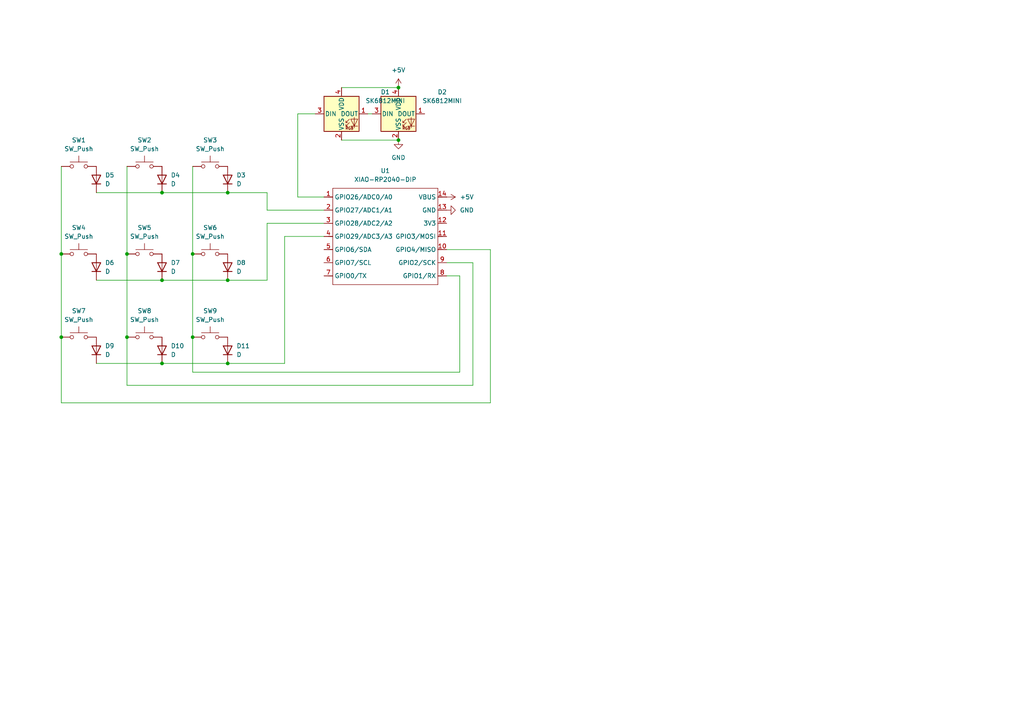
<source format=kicad_sch>
(kicad_sch (version 20231120) (generator "eeschema") (generator_version "8.0")
  (paper "A4")
  (lib_symbols
    (symbol "Device:D" (pin_numbers hide) (pin_names (offset 1.016) hide)
      (property "Reference" "D" (at 0 2.54 0))
      (property "Value" "D" (at 0 -2.54 0))
      (symbol "D_0_1"
        (polyline (pts (xy -1.27 1.27) (xy -1.27 -1.27)) (stroke (width 0.254)))
        (polyline (pts (xy 1.27 0) (xy -1.27 0)))
        (polyline (pts (xy 1.27 1.27) (xy 1.27 -1.27) (xy -1.27 0) (xy 1.27 1.27)) (stroke (width 0.254)))
      )
      (symbol "D_1_1"
        (pin passive line (at -3.81 0 0) (length 2.54) (name "K") (number "1"))
        (pin passive line (at 3.81 0 180) (length 2.54) (name "A") (number "2"))
      )
    )
    (symbol "LED:SK6812MINI" (pin_names (offset 0.254))
      (property "Reference" "D" (at 5.08 5.715 0))
      (property "Value" "SK6812MINI" (at 1.27 -5.715 0))
      (symbol "SK6812MINI_0_0"
        (text "RGB" (at 2.286 -4.191 0) (effects (font (size 0.762 0.762))))
      )
      (symbol "SK6812MINI_0_1"
        (polyline (pts (xy 1.27 -3.556) (xy 1.778 -3.556)))
        (polyline (pts (xy 1.27 -2.54) (xy 1.778 -2.54)))
        (polyline (pts (xy 4.699 -3.556) (xy 2.667 -3.556)))
        (polyline (pts (xy 2.286 -2.54) (xy 1.27 -3.556) (xy 1.27 -3.048)))
        (polyline (pts (xy 2.286 -1.524) (xy 1.27 -2.54) (xy 1.27 -2.032)))
        (polyline (pts (xy 3.683 -1.016) (xy 3.683 -3.556) (xy 3.683 -4.064)))
        (polyline (pts (xy 4.699 -1.524) (xy 2.667 -1.524) (xy 3.683 -3.556) (xy 4.699 -1.524)))
        (rectangle (start 5.08 5.08) (end -5.08 -5.08) (stroke (width 0.254)) (fill (type background)))
      )
      (symbol "SK6812MINI_1_1"
        (pin output line (at 7.62 0 180) (length 2.54) (name "DOUT") (number "1"))
        (pin power_in line (at 0 -7.62 90) (length 2.54) (name "VSS") (number "2"))
        (pin input line (at -7.62 0 0) (length 2.54) (name "DIN") (number "3"))
        (pin power_in line (at 0 7.62 270) (length 2.54) (name "VDD") (number "4"))
      )
    )
    (symbol "OPL:XIAO-RP2040-DIP"
      (property "Reference" "U" (at 0 0 0))
      (property "Value" "XIAO-RP2040-DIP" (at 5.334 -1.778 0))
      (symbol "XIAO-RP2040-DIP_1_0"
        (polyline (pts (xy -1.27 -30.48) (xy -1.27 -16.51)) (stroke (width 0.1524)))
        (polyline (pts (xy -1.27 -27.94) (xy -2.54 -27.94)) (stroke (width 0.1524)))
        (polyline (pts (xy -1.27 -24.13) (xy -2.54 -24.13)) (stroke (width 0.1524)))
        (polyline (pts (xy -1.27 -20.32) (xy -2.54 -20.32)) (stroke (width 0.1524)))
        (polyline (pts (xy -1.27 -16.51) (xy -2.54 -16.51)) (stroke (width 0.1524)))
        (polyline (pts (xy -1.27 -16.51) (xy -1.27 -12.7)) (stroke (width 0.1524)))
        (polyline (pts (xy -1.27 -12.7) (xy -2.54 -12.7)) (stroke (width 0.1524)))
        (polyline (pts (xy -1.27 -12.7) (xy -1.27 -8.89)) (stroke (width 0.1524)))
        (polyline (pts (xy -1.27 -8.89) (xy -2.54 -8.89)) (stroke (width 0.1524)))
        (polyline (pts (xy -1.27 -8.89) (xy -1.27 -5.08)) (stroke (width 0.1524)))
        (polyline (pts (xy -1.27 -5.08) (xy -2.54 -5.08)) (stroke (width 0.1524)))
        (polyline (pts (xy -1.27 -5.08) (xy -1.27 -2.54)) (stroke (width 0.1524)))
        (polyline (pts (xy -1.27 -2.54) (xy 29.21 -2.54)) (stroke (width 0.1524)))
        (polyline (pts (xy 29.21 -30.48) (xy -1.27 -30.48)) (stroke (width 0.1524)))
        (polyline (pts (xy 29.21 -12.7) (xy 29.21 -30.48)) (stroke (width 0.1524)))
        (polyline (pts (xy 29.21 -8.89) (xy 29.21 -12.7)) (stroke (width 0.1524)))
        (polyline (pts (xy 29.21 -5.08) (xy 29.21 -8.89)) (stroke (width 0.1524)))
        (polyline (pts (xy 29.21 -2.54) (xy 29.21 -5.08)) (stroke (width 0.1524)))
        (polyline (pts (xy 30.48 -27.94) (xy 29.21 -27.94)) (stroke (width 0.1524)))
        (polyline (pts (xy 30.48 -24.13) (xy 29.21 -24.13)) (stroke (width 0.1524)))
        (polyline (pts (xy 30.48 -20.32) (xy 29.21 -20.32)) (stroke (width 0.1524)))
        (polyline (pts (xy 30.48 -16.51) (xy 29.21 -16.51)) (stroke (width 0.1524)))
        (polyline (pts (xy 30.48 -12.7) (xy 29.21 -12.7)) (stroke (width 0.1524)))
        (polyline (pts (xy 30.48 -8.89) (xy 29.21 -8.89)) (stroke (width 0.1524)))
        (polyline (pts (xy 30.48 -5.08) (xy 29.21 -5.08)) (stroke (width 0.1524)))
        (pin passive line (at -3.81 -5.08 0) (length 2.54) (name "GPIO26/ADC0/A0") (number "1"))
        (pin passive line (at 31.75 -20.32 180) (length 2.54) (name "GPIO4/MISO") (number "10"))
        (pin passive line (at 31.75 -16.51 180) (length 2.54) (name "GPIO3/MOSI") (number "11"))
        (pin passive line (at 31.75 -12.7 180) (length 2.54) (name "3V3") (number "12"))
        (pin passive line (at 31.75 -8.89 180) (length 2.54) (name "GND") (number "13"))
        (pin passive line (at 31.75 -5.08 180) (length 2.54) (name "VBUS") (number "14"))
        (pin passive line (at -3.81 -8.89 0) (length 2.54) (name "GPIO27/ADC1/A1") (number "2"))
        (pin passive line (at -3.81 -12.7 0) (length 2.54) (name "GPIO28/ADC2/A2") (number "3"))
        (pin passive line (at -3.81 -16.51 0) (length 2.54) (name "GPIO29/ADC3/A3") (number "4"))
        (pin passive line (at -3.81 -20.32 0) (length 2.54) (name "GPIO6/SDA") (number "5"))
        (pin passive line (at -3.81 -24.13 0) (length 2.54) (name "GPIO7/SCL") (number "6"))
        (pin passive line (at -3.81 -27.94 0) (length 2.54) (name "GPIO0/TX") (number "7"))
        (pin passive line (at 31.75 -27.94 180) (length 2.54) (name "GPIO1/RX") (number "8"))
        (pin passive line (at 31.75 -24.13 180) (length 2.54) (name "GPIO2/SCK") (number "9"))
      )
    )
    (symbol "Switch:SW_Push" (pin_numbers hide) (pin_names (offset 1.016) hide)
      (property "Reference" "SW" (at 1.27 2.54 0))
      (property "Value" "SW_Push" (at 0 -1.524 0))
      (symbol "SW_Push_0_1"
        (circle (center -2.032 0) (radius 0.508))
        (polyline (pts (xy 0 1.27) (xy 0 3.048)))
        (polyline (pts (xy 2.54 1.27) (xy -2.54 1.27)))
        (circle (center 2.032 0) (radius 0.508))
        (pin passive line (at -5.08 0 0) (length 2.54) (name "1") (number "1"))
        (pin passive line (at 5.08 0 180) (length 2.54) (name "2") (number "2"))
      )
    )
    (symbol "power:+5V" (power) (pin_numbers hide) (pin_names (offset 0) hide)
      (property "Value" "+5V" (at 0 3.556 0))
      (symbol "+5V_0_1"
        (polyline (pts (xy -0.762 1.27) (xy 0 2.54)))
        (polyline (pts (xy 0 0) (xy 0 2.54)))
        (polyline (pts (xy 0 2.54) (xy 0.762 1.27)))
      )
      (symbol "+5V_1_1"
        (pin power_in line (at 0 0 90) (length 0) (name "~") (number "1"))
      )
    )
    (symbol "power:GND" (power) (pin_numbers hide) (pin_names (offset 0) hide)
      (property "Value" "GND" (at 0 -3.81 0))
      (symbol "GND_0_1"
        (polyline (pts (xy 0 0) (xy 0 -1.27) (xy 1.27 -1.27) (xy 0 -2.54) (xy -1.27 -1.27) (xy 0 -1.27)))
      )
      (symbol "GND_1_1"
        (pin power_in line (at 0 0 270) (length 0) (name "~") (number "1"))
      )
    )
  )
  (junction (at 115.57 40.64))
  (junction (at 36.83 97.79))
  (junction (at 66.04 81.28))
  (junction (at 17.78 97.79))
  (junction (at 66.04 55.88))
  (junction (at 66.04 105.41))
  (junction (at 17.78 73.66))
  (junction (at 46.99 55.88))
  (junction (at 55.88 97.79))
  (junction (at 46.99 105.41))
  (junction (at 46.99 81.28))
  (junction (at 55.88 73.66))
  (junction (at 115.57 25.4))
  (junction (at 36.83 73.66))
  (wire (pts (xy 86.36 57.15) (xy 93.98 57.15)))
  (wire (pts (xy 77.47 55.88) (xy 77.47 60.96)))
  (wire (pts (xy 46.99 81.28) (xy 66.04 81.28)))
  (wire (pts (xy 142.24 116.84) (xy 142.24 72.39)))
  (wire (pts (xy 99.06 25.4) (xy 115.57 25.4)))
  (wire (pts (xy 137.16 111.76) (xy 137.16 76.2)))
  (wire (pts (xy 77.47 64.77) (xy 93.98 64.77)))
  (wire (pts (xy 66.04 105.41) (xy 82.55 105.41)))
  (wire (pts (xy 82.55 68.58) (xy 93.98 68.58)))
  (wire (pts (xy 36.83 97.79) (xy 36.83 111.76)))
  (wire (pts (xy 46.99 105.41) (xy 66.04 105.41)))
  (wire (pts (xy 55.88 107.95) (xy 133.35 107.95)))
  (wire (pts (xy 46.99 55.88) (xy 66.04 55.88)))
  (wire (pts (xy 66.04 81.28) (xy 77.47 81.28)))
  (wire (pts (xy 82.55 105.41) (xy 82.55 68.58)))
  (wire (pts (xy 17.78 48.26) (xy 17.78 73.66)))
  (wire (pts (xy 36.83 73.66) (xy 36.83 97.79)))
  (wire (pts (xy 91.44 33.02) (xy 86.36 33.02)))
  (wire (pts (xy 99.06 40.64) (xy 115.57 40.64)))
  (wire (pts (xy 36.83 111.76) (xy 137.16 111.76)))
  (wire (pts (xy 27.94 55.88) (xy 46.99 55.88)))
  (wire (pts (xy 55.88 48.26) (xy 55.88 73.66)))
  (wire (pts (xy 133.35 107.95) (xy 133.35 80.01)))
  (wire (pts (xy 129.54 76.2) (xy 137.16 76.2)))
  (wire (pts (xy 66.04 55.88) (xy 77.47 55.88)))
  (wire (pts (xy 17.78 73.66) (xy 17.78 97.79)))
  (wire (pts (xy 27.94 81.28) (xy 46.99 81.28)))
  (wire (pts (xy 36.83 48.26) (xy 36.83 73.66)))
  (wire (pts (xy 129.54 80.01) (xy 133.35 80.01)))
  (wire (pts (xy 55.88 97.79) (xy 55.88 107.95)))
  (wire (pts (xy 129.54 72.39) (xy 142.24 72.39)))
  (wire (pts (xy 86.36 33.02) (xy 86.36 57.15)))
  (wire (pts (xy 27.94 105.41) (xy 46.99 105.41)))
  (wire (pts (xy 55.88 73.66) (xy 55.88 97.79)))
  (wire (pts (xy 77.47 60.96) (xy 93.98 60.96)))
  (wire (pts (xy 77.47 64.77) (xy 77.47 81.28)))
  (wire (pts (xy 17.78 116.84) (xy 142.24 116.84)))
  (wire (pts (xy 106.68 33.02) (xy 107.95 33.02)))
  (wire (pts (xy 17.78 97.79) (xy 17.78 116.84)))
  (symbol (lib_id "Switch:SW_Push") (at 22.86 73.66 0) (unit 1)
    (property "Reference" "SW4" (at 22.86 66.04 0))
    (property "Value" "SW_Push" (at 22.86 68.58 0))
    (property "Footprint" "Button_Switch_Keyboard:SW_Cherry_MX_1.00u_PCB" (effects (hide yes)))
    (property "Description" "Push button switch, generic, two pins" (effects (hide yes)))
  )
  (symbol (lib_id "Device:D") (at 46.99 101.6 90) (unit 1)
    (property "Reference" "D10" (at 49.53 100.3299 90) (effects (justify right)))
    (property "Value" "D" (at 49.53 102.8699 90) (effects (justify right)))
    (property "Footprint" "Diode_THT:D_DO-35_SOD27_P7.62mm_Horizontal" (effects (hide yes)))
    (property "Description" "Diode" (effects (hide yes)))
    (property "Sim.Device" "D" (effects (hide yes)))
    (property "Sim.Pins" "1=K 2=A" (effects (hide yes)))
  )
  (symbol (lib_id "Device:D") (at 66.04 77.47 90) (unit 1)
    (property "Reference" "D8" (at 68.58 76.1999 90) (effects (justify right)))
    (property "Value" "D" (at 68.58 78.7399 90) (effects (justify right)))
    (property "Footprint" "Diode_THT:D_DO-35_SOD27_P7.62mm_Horizontal" (effects (hide yes)))
    (property "Description" "Diode" (effects (hide yes)))
    (property "Sim.Device" "D" (effects (hide yes)))
    (property "Sim.Pins" "1=K 2=A" (effects (hide yes)))
  )
  (symbol (lib_id "power:+5V") (at 115.57 25.4 0) (unit 1)
    (property "Reference" "#PWR04" (effects (hide yes)))
    (property "Value" "+5V" (at 115.57 20.32 0))
    (property "Description" "Power symbol creates a global label with name \"+5V\"" (effects (hide yes)))
  )
  (symbol (lib_id "LED:SK6812MINI") (at 99.06 33.02 0) (unit 1)
    (property "Reference" "D1" (at 111.76 26.7014 0))
    (property "Value" "SK6812MINI" (at 111.76 29.2414 0))
    (property "Footprint" "LED_SMD:LED_SK6812MINI_PLCC4_3.5x3.5mm_P1.75mm" (effects (hide yes)))
    (property "Datasheet" "https://cdn-shop.adafruit.com/product-files/2686/SK6812MINI_REV.01-1-2.pdf" (effects (hide yes)))
    (property "Description" "RGB LED with integrated controller" (effects (hide yes)))
  )
  (symbol (lib_id "Switch:SW_Push") (at 41.91 73.66 0) (unit 1)
    (property "Reference" "SW5" (at 41.91 66.04 0))
    (property "Value" "SW_Push" (at 41.91 68.58 0))
    (property "Footprint" "Button_Switch_Keyboard:SW_Cherry_MX_1.00u_PCB" (effects (hide yes)))
    (property "Description" "Push button switch, generic, two pins" (effects (hide yes)))
  )
  (symbol (lib_id "Switch:SW_Push") (at 41.91 97.79 0) (unit 1)
    (property "Reference" "SW8" (at 41.91 90.17 0))
    (property "Value" "SW_Push" (at 41.91 92.71 0))
    (property "Footprint" "Button_Switch_Keyboard:SW_Cherry_MX_1.00u_PCB" (effects (hide yes)))
    (property "Description" "Push button switch, generic, two pins" (effects (hide yes)))
  )
  (symbol (lib_id "Device:D") (at 46.99 77.47 90) (unit 1)
    (property "Reference" "D7" (at 49.53 76.1999 90) (effects (justify right)))
    (property "Value" "D" (at 49.53 78.7399 90) (effects (justify right)))
    (property "Footprint" "Diode_THT:D_DO-35_SOD27_P7.62mm_Horizontal" (effects (hide yes)))
    (property "Description" "Diode" (effects (hide yes)))
    (property "Sim.Device" "D" (effects (hide yes)))
    (property "Sim.Pins" "1=K 2=A" (effects (hide yes)))
  )
  (symbol (lib_id "Switch:SW_Push") (at 22.86 97.79 0) (unit 1)
    (property "Reference" "SW7" (at 22.86 90.17 0))
    (property "Value" "SW_Push" (at 22.86 92.71 0))
    (property "Footprint" "Button_Switch_Keyboard:SW_Cherry_MX_1.00u_PCB" (effects (hide yes)))
    (property "Description" "Push button switch, generic, two pins" (effects (hide yes)))
  )
  (symbol (lib_id "Device:D") (at 66.04 52.07 90) (unit 1)
    (property "Reference" "D3" (at 68.58 50.7999 90) (effects (justify right)))
    (property "Value" "D" (at 68.58 53.3399 90) (effects (justify right)))
    (property "Footprint" "Diode_THT:D_DO-35_SOD27_P7.62mm_Horizontal" (effects (hide yes)))
    (property "Description" "Diode" (effects (hide yes)))
    (property "Sim.Device" "D" (effects (hide yes)))
    (property "Sim.Pins" "1=K 2=A" (effects (hide yes)))
  )
  (symbol (lib_id "LED:SK6812MINI") (at 115.57 33.02 0) (unit 1)
    (property "Reference" "D2" (at 128.27 26.7014 0))
    (property "Value" "SK6812MINI" (at 128.27 29.2414 0))
    (property "Footprint" "LED_SMD:LED_SK6812MINI_PLCC4_3.5x3.5mm_P1.75mm" (effects (hide yes)))
    (property "Datasheet" "https://cdn-shop.adafruit.com/product-files/2686/SK6812MINI_REV.01-1-2.pdf" (effects (hide yes)))
    (property "Description" "RGB LED with integrated controller" (effects (hide yes)))
  )
  (symbol (lib_id "Device:D") (at 27.94 52.07 90) (unit 1)
    (property "Reference" "D5" (at 30.48 50.7999 90) (effects (justify right)))
    (property "Value" "D" (at 30.48 53.3399 90) (effects (justify right)))
    (property "Footprint" "Diode_THT:D_DO-35_SOD27_P7.62mm_Horizontal" (effects (hide yes)))
    (property "Description" "Diode" (effects (hide yes)))
    (property "Sim.Device" "D" (effects (hide yes)))
    (property "Sim.Pins" "1=K 2=A" (effects (hide yes)))
  )
  (symbol (lib_id "Switch:SW_Push") (at 41.91 48.26 0) (unit 1)
    (property "Reference" "SW2" (at 41.91 40.64 0))
    (property "Value" "SW_Push" (at 41.91 43.18 0))
    (property "Footprint" "Button_Switch_Keyboard:SW_Cherry_MX_1.00u_PCB" (effects (hide yes)))
    (property "Description" "Push button switch, generic, two pins" (effects (hide yes)))
  )
  (symbol (lib_id "Switch:SW_Push") (at 60.96 48.26 0) (unit 1)
    (property "Reference" "SW3" (at 60.96 40.64 0))
    (property "Value" "SW_Push" (at 60.96 43.18 0))
    (property "Footprint" "Button_Switch_Keyboard:SW_Cherry_MX_1.00u_PCB" (effects (hide yes)))
    (property "Description" "Push button switch, generic, two pins" (effects (hide yes)))
  )
  (symbol (lib_id "Switch:SW_Push") (at 60.96 97.79 0) (unit 1)
    (property "Reference" "SW9" (at 60.96 90.17 0))
    (property "Value" "SW_Push" (at 60.96 92.71 0))
    (property "Footprint" "Button_Switch_Keyboard:SW_Cherry_MX_1.00u_PCB" (effects (hide yes)))
    (property "Description" "Push button switch, generic, two pins" (effects (hide yes)))
  )
  (symbol (lib_id "power:+5V") (at 129.54 57.15 270) (unit 1)
    (property "Reference" "#PWR02" (effects (hide yes)))
    (property "Value" "+5V" (at 133.35 57.1499 90) (effects (justify left)))
    (property "Description" "Power symbol creates a global label with name \"+5V\"" (effects (hide yes)))
  )
  (symbol (lib_id "power:GND") (at 115.57 40.64 0) (unit 1)
    (property "Reference" "#PWR05" (effects (hide yes)))
    (property "Value" "GND" (at 115.57 45.72 0))
    (property "Description" "Power symbol creates a global label with name \"GND\" , ground" (effects (hide yes)))
  )
  (symbol (lib_id "Device:D") (at 27.94 101.6 90) (unit 1)
    (property "Reference" "D9" (at 30.48 100.3299 90) (effects (justify right)))
    (property "Value" "D" (at 30.48 102.8699 90) (effects (justify right)))
    (property "Footprint" "Diode_THT:D_DO-35_SOD27_P7.62mm_Horizontal" (effects (hide yes)))
    (property "Description" "Diode" (effects (hide yes)))
    (property "Sim.Device" "D" (effects (hide yes)))
    (property "Sim.Pins" "1=K 2=A" (effects (hide yes)))
  )
  (symbol (lib_id "Device:D") (at 66.04 101.6 90) (unit 1)
    (property "Reference" "D11" (at 68.58 100.3299 90) (effects (justify right)))
    (property "Value" "D" (at 68.58 102.8699 90) (effects (justify right)))
    (property "Footprint" "Diode_THT:D_DO-35_SOD27_P7.62mm_Horizontal" (effects (hide yes)))
    (property "Description" "Diode" (effects (hide yes)))
    (property "Sim.Device" "D" (effects (hide yes)))
    (property "Sim.Pins" "1=K 2=A" (effects (hide yes)))
  )
  (symbol (lib_id "power:GND") (at 129.54 60.96 90) (unit 1)
    (property "Reference" "#PWR01" (effects (hide yes)))
    (property "Value" "GND" (at 133.35 60.9599 90) (effects (justify right)))
    (property "Description" "Power symbol creates a global label with name \"GND\" , ground" (effects (hide yes)))
  )
  (symbol (lib_id "Device:D") (at 27.94 77.47 90) (unit 1)
    (property "Reference" "D6" (at 30.48 76.1999 90) (effects (justify right)))
    (property "Value" "D" (at 30.48 78.7399 90) (effects (justify right)))
    (property "Footprint" "Diode_THT:D_DO-35_SOD27_P7.62mm_Horizontal" (effects (hide yes)))
    (property "Description" "Diode" (effects (hide yes)))
    (property "Sim.Device" "D" (effects (hide yes)))
    (property "Sim.Pins" "1=K 2=A" (effects (hide yes)))
  )
  (symbol (lib_id "Switch:SW_Push") (at 22.86 48.26 0) (unit 1)
    (property "Reference" "SW1" (at 22.86 40.64 0))
    (property "Value" "SW_Push" (at 22.86 43.18 0))
    (property "Footprint" "Button_Switch_Keyboard:SW_Cherry_MX_1.00u_PCB" (effects (hide yes)))
    (property "Description" "Push button switch, generic, two pins" (effects (hide yes)))
  )
  (symbol (lib_id "Switch:SW_Push") (at 60.96 73.66 0) (unit 1)
    (property "Reference" "SW6" (at 60.96 66.04 0))
    (property "Value" "SW_Push" (at 60.96 68.58 0))
    (property "Footprint" "Button_Switch_Keyboard:SW_Cherry_MX_1.00u_PCB" (effects (hide yes)))
    (property "Description" "Push button switch, generic, two pins" (effects (hide yes)))
  )
  (symbol (lib_id "Device:D") (at 46.99 52.07 90) (unit 1)
    (property "Reference" "D4" (at 49.53 50.7999 90) (effects (justify right)))
    (property "Value" "D" (at 49.53 53.3399 90) (effects (justify right)))
    (property "Footprint" "Diode_THT:D_DO-35_SOD27_P7.62mm_Horizontal" (effects (hide yes)))
    (property "Description" "Diode" (effects (hide yes)))
    (property "Sim.Device" "D" (effects (hide yes)))
    (property "Sim.Pins" "1=K 2=A" (effects (hide yes)))
  )
  (symbol (lib_id "OPL:XIAO-RP2040-DIP") (at 97.79 52.07 0) (unit 1)
    (property "Reference" "U1" (at 111.76 49.53 0))
    (property "Value" "XIAO-RP2040-DIP" (at 111.76 52.07 0))
    (property "Footprint" "OPL:XIAO-RP2040-DIP" (effects (hide yes)))
  )
)
</source>
